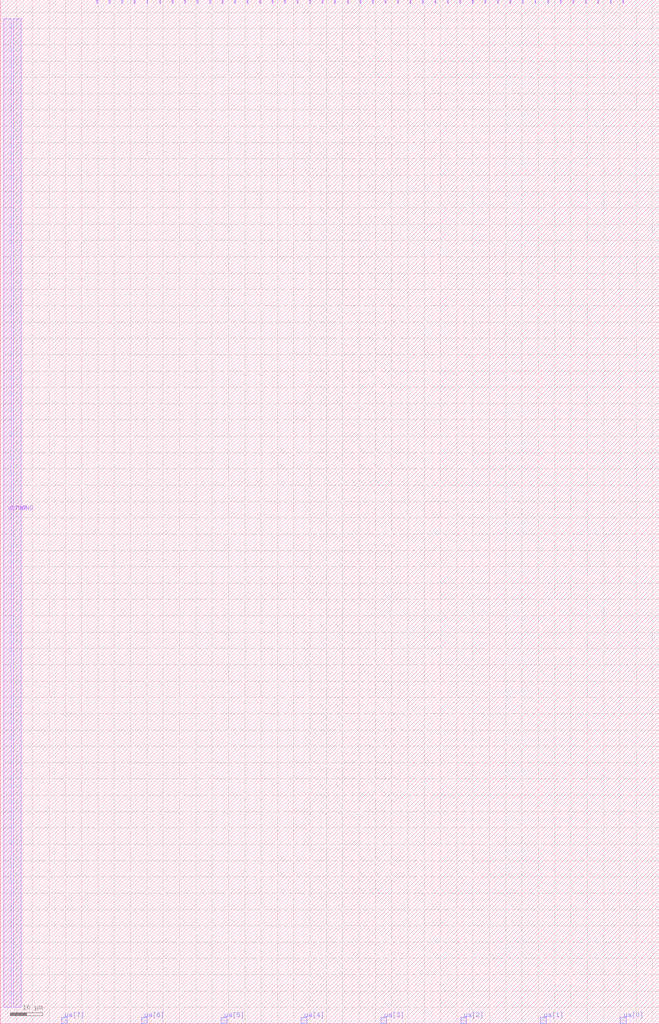
<source format=lef>
VERSION 5.7 ;
  NOWIREEXTENSIONATPIN ON ;
  DIVIDERCHAR "/" ;
  BUSBITCHARS "[]" ;
MACRO tt_um_analog_example
  CLASS BLOCK ;
  FOREIGN tt_um_analog_example ;
  ORIGIN 0.000 0.000 ;
  SIZE 202.080 BY 313.740 ;
  PIN clk
    DIRECTION INPUT ;
    USE SIGNAL ;
    PORT
      LAYER Metal4 ;
        RECT 187.050 312.740 187.350 313.740 ;
    END
  END clk
  PIN ena
    DIRECTION INPUT ;
    USE SIGNAL ;
    PORT
      LAYER Metal4 ;
        RECT 190.890 312.740 191.190 313.740 ;
    END
  END ena
  PIN rst_n
    DIRECTION INPUT ;
    USE SIGNAL ;
    PORT
      LAYER Metal4 ;
        RECT 183.210 312.740 183.510 313.740 ;
    END
  END rst_n
  PIN ua[0]
    DIRECTION INOUT ;
    USE SIGNAL ;
    PORT
      LAYER TopMetal1 ;
        RECT 190.165 0.000 191.915 2.000 ;
    END
  END ua[0]
  PIN ua[1]
    DIRECTION INOUT ;
    USE SIGNAL ;
    PORT
      LAYER TopMetal1 ;
        RECT 165.685 0.000 167.435 2.000 ;
    END
  END ua[1]
  PIN ua[2]
    DIRECTION INOUT ;
    USE SIGNAL ;
    PORT
      LAYER TopMetal1 ;
        RECT 141.205 0.000 142.955 2.000 ;
    END
  END ua[2]
  PIN ua[3]
    DIRECTION INOUT ;
    USE SIGNAL ;
    PORT
      LAYER TopMetal1 ;
        RECT 116.725 0.000 118.475 2.000 ;
    END
  END ua[3]
  PIN ua[4]
    DIRECTION INOUT ;
    USE SIGNAL ;
    PORT
      LAYER TopMetal1 ;
        RECT 92.245 0.000 93.995 2.000 ;
    END
  END ua[4]
  PIN ua[5]
    DIRECTION INOUT ;
    USE SIGNAL ;
    PORT
      LAYER TopMetal1 ;
        RECT 67.765 0.000 69.515 2.000 ;
    END
  END ua[5]
  PIN ua[6]
    DIRECTION INOUT ;
    USE SIGNAL ;
    PORT
      LAYER TopMetal1 ;
        RECT 43.285 0.000 45.035 2.000 ;
    END
  END ua[6]
  PIN ua[7]
    DIRECTION INOUT ;
    USE SIGNAL ;
    PORT
      LAYER TopMetal1 ;
        RECT 18.805 0.000 20.555 2.000 ;
    END
  END ua[7]
  PIN ui_in[0]
    DIRECTION INPUT ;
    USE SIGNAL ;
    PORT
      LAYER Metal4 ;
        RECT 179.370 312.740 179.670 313.740 ;
    END
  END ui_in[0]
  PIN ui_in[1]
    DIRECTION INPUT ;
    USE SIGNAL ;
    PORT
      LAYER Metal4 ;
        RECT 175.530 312.740 175.830 313.740 ;
    END
  END ui_in[1]
  PIN ui_in[2]
    DIRECTION INPUT ;
    USE SIGNAL ;
    PORT
      LAYER Metal4 ;
        RECT 171.690 312.740 171.990 313.740 ;
    END
  END ui_in[2]
  PIN ui_in[3]
    DIRECTION INPUT ;
    USE SIGNAL ;
    PORT
      LAYER Metal4 ;
        RECT 167.850 312.740 168.150 313.740 ;
    END
  END ui_in[3]
  PIN ui_in[4]
    DIRECTION INPUT ;
    USE SIGNAL ;
    PORT
      LAYER Metal4 ;
        RECT 164.010 312.740 164.310 313.740 ;
    END
  END ui_in[4]
  PIN ui_in[5]
    DIRECTION INPUT ;
    USE SIGNAL ;
    PORT
      LAYER Metal4 ;
        RECT 160.170 312.740 160.470 313.740 ;
    END
  END ui_in[5]
  PIN ui_in[6]
    DIRECTION INPUT ;
    USE SIGNAL ;
    PORT
      LAYER Metal4 ;
        RECT 156.330 312.740 156.630 313.740 ;
    END
  END ui_in[6]
  PIN ui_in[7]
    DIRECTION INPUT ;
    USE SIGNAL ;
    PORT
      LAYER Metal4 ;
        RECT 152.490 312.740 152.790 313.740 ;
    END
  END ui_in[7]
  PIN uio_in[0]
    DIRECTION INPUT ;
    USE SIGNAL ;
    PORT
      LAYER Metal4 ;
        RECT 148.650 312.740 148.950 313.740 ;
    END
  END uio_in[0]
  PIN uio_in[1]
    DIRECTION INPUT ;
    USE SIGNAL ;
    PORT
      LAYER Metal4 ;
        RECT 144.810 312.740 145.110 313.740 ;
    END
  END uio_in[1]
  PIN uio_in[2]
    DIRECTION INPUT ;
    USE SIGNAL ;
    PORT
      LAYER Metal4 ;
        RECT 140.970 312.740 141.270 313.740 ;
    END
  END uio_in[2]
  PIN uio_in[3]
    DIRECTION INPUT ;
    USE SIGNAL ;
    PORT
      LAYER Metal4 ;
        RECT 137.130 312.740 137.430 313.740 ;
    END
  END uio_in[3]
  PIN uio_in[4]
    DIRECTION INPUT ;
    USE SIGNAL ;
    PORT
      LAYER Metal4 ;
        RECT 133.290 312.740 133.590 313.740 ;
    END
  END uio_in[4]
  PIN uio_in[5]
    DIRECTION INPUT ;
    USE SIGNAL ;
    PORT
      LAYER Metal4 ;
        RECT 129.450 312.740 129.750 313.740 ;
    END
  END uio_in[5]
  PIN uio_in[6]
    DIRECTION INPUT ;
    USE SIGNAL ;
    PORT
      LAYER Metal4 ;
        RECT 125.610 312.740 125.910 313.740 ;
    END
  END uio_in[6]
  PIN uio_in[7]
    DIRECTION INPUT ;
    USE SIGNAL ;
    PORT
      LAYER Metal4 ;
        RECT 121.770 312.740 122.070 313.740 ;
    END
  END uio_in[7]
  PIN uio_oe[0]
    DIRECTION OUTPUT ;
    USE SIGNAL ;
    PORT
      LAYER Metal4 ;
        RECT 56.490 312.740 56.790 313.740 ;
    END
  END uio_oe[0]
  PIN uio_oe[1]
    DIRECTION OUTPUT ;
    USE SIGNAL ;
    PORT
      LAYER Metal4 ;
        RECT 52.650 312.740 52.950 313.740 ;
    END
  END uio_oe[1]
  PIN uio_oe[2]
    DIRECTION OUTPUT ;
    USE SIGNAL ;
    PORT
      LAYER Metal4 ;
        RECT 48.810 312.740 49.110 313.740 ;
    END
  END uio_oe[2]
  PIN uio_oe[3]
    DIRECTION OUTPUT ;
    USE SIGNAL ;
    PORT
      LAYER Metal4 ;
        RECT 44.970 312.740 45.270 313.740 ;
    END
  END uio_oe[3]
  PIN uio_oe[4]
    DIRECTION OUTPUT ;
    USE SIGNAL ;
    PORT
      LAYER Metal4 ;
        RECT 41.130 312.740 41.430 313.740 ;
    END
  END uio_oe[4]
  PIN uio_oe[5]
    DIRECTION OUTPUT ;
    USE SIGNAL ;
    PORT
      LAYER Metal4 ;
        RECT 37.290 312.740 37.590 313.740 ;
    END
  END uio_oe[5]
  PIN uio_oe[6]
    DIRECTION OUTPUT ;
    USE SIGNAL ;
    PORT
      LAYER Metal4 ;
        RECT 33.450 312.740 33.750 313.740 ;
    END
  END uio_oe[6]
  PIN uio_oe[7]
    DIRECTION OUTPUT ;
    USE SIGNAL ;
    PORT
      LAYER Metal4 ;
        RECT 29.610 312.740 29.910 313.740 ;
    END
  END uio_oe[7]
  PIN uio_out[0]
    DIRECTION OUTPUT ;
    USE SIGNAL ;
    PORT
      LAYER Metal4 ;
        RECT 87.210 312.740 87.510 313.740 ;
    END
  END uio_out[0]
  PIN uio_out[1]
    DIRECTION OUTPUT ;
    USE SIGNAL ;
    PORT
      LAYER Metal4 ;
        RECT 83.370 312.740 83.670 313.740 ;
    END
  END uio_out[1]
  PIN uio_out[2]
    DIRECTION OUTPUT ;
    USE SIGNAL ;
    PORT
      LAYER Metal4 ;
        RECT 79.530 312.740 79.830 313.740 ;
    END
  END uio_out[2]
  PIN uio_out[3]
    DIRECTION OUTPUT ;
    USE SIGNAL ;
    PORT
      LAYER Metal4 ;
        RECT 75.690 312.740 75.990 313.740 ;
    END
  END uio_out[3]
  PIN uio_out[4]
    DIRECTION OUTPUT ;
    USE SIGNAL ;
    PORT
      LAYER Metal4 ;
        RECT 71.850 312.740 72.150 313.740 ;
    END
  END uio_out[4]
  PIN uio_out[5]
    DIRECTION OUTPUT ;
    USE SIGNAL ;
    PORT
      LAYER Metal4 ;
        RECT 68.010 312.740 68.310 313.740 ;
    END
  END uio_out[5]
  PIN uio_out[6]
    DIRECTION OUTPUT ;
    USE SIGNAL ;
    PORT
      LAYER Metal4 ;
        RECT 64.170 312.740 64.470 313.740 ;
    END
  END uio_out[6]
  PIN uio_out[7]
    DIRECTION OUTPUT ;
    USE SIGNAL ;
    PORT
      LAYER Metal4 ;
        RECT 60.330 312.740 60.630 313.740 ;
    END
  END uio_out[7]
  PIN uo_out[0]
    DIRECTION OUTPUT ;
    USE SIGNAL ;
    PORT
      LAYER Metal4 ;
        RECT 117.930 312.740 118.230 313.740 ;
    END
  END uo_out[0]
  PIN uo_out[1]
    DIRECTION OUTPUT ;
    USE SIGNAL ;
    PORT
      LAYER Metal4 ;
        RECT 114.090 312.740 114.390 313.740 ;
    END
  END uo_out[1]
  PIN uo_out[2]
    DIRECTION OUTPUT ;
    USE SIGNAL ;
    PORT
      LAYER Metal4 ;
        RECT 110.250 312.740 110.550 313.740 ;
    END
  END uo_out[2]
  PIN uo_out[3]
    DIRECTION OUTPUT ;
    USE SIGNAL ;
    PORT
      LAYER Metal4 ;
        RECT 106.410 312.740 106.710 313.740 ;
    END
  END uo_out[3]
  PIN uo_out[4]
    DIRECTION OUTPUT ;
    USE SIGNAL ;
    PORT
      LAYER Metal4 ;
        RECT 102.570 312.740 102.870 313.740 ;
    END
  END uo_out[4]
  PIN uo_out[5]
    DIRECTION OUTPUT ;
    USE SIGNAL ;
    PORT
      LAYER Metal4 ;
        RECT 98.730 312.740 99.030 313.740 ;
    END
  END uo_out[5]
  PIN uo_out[6]
    DIRECTION OUTPUT ;
    USE SIGNAL ;
    PORT
      LAYER Metal4 ;
        RECT 94.890 312.740 95.190 313.740 ;
    END
  END uo_out[6]
  PIN uo_out[7]
    DIRECTION OUTPUT ;
    USE SIGNAL ;
    PORT
      LAYER Metal4 ;
        RECT 91.050 312.740 91.350 313.740 ;
    END
  END uo_out[7]
  PIN VDPWR
    DIRECTION INOUT ;
    USE POWER ;
    PORT
      LAYER Metal4 ;
        RECT 1.000 5.000 3.400 308.000 ;
    END
  END VDPWR
  PIN VGND
    DIRECTION INOUT ;
    USE GROUND ;
    PORT
      LAYER Metal4 ;
        RECT 4.000 5.000 6.400 308.000 ;
    END
  END VGND
END tt_um_analog_example
END LIBRARY


</source>
